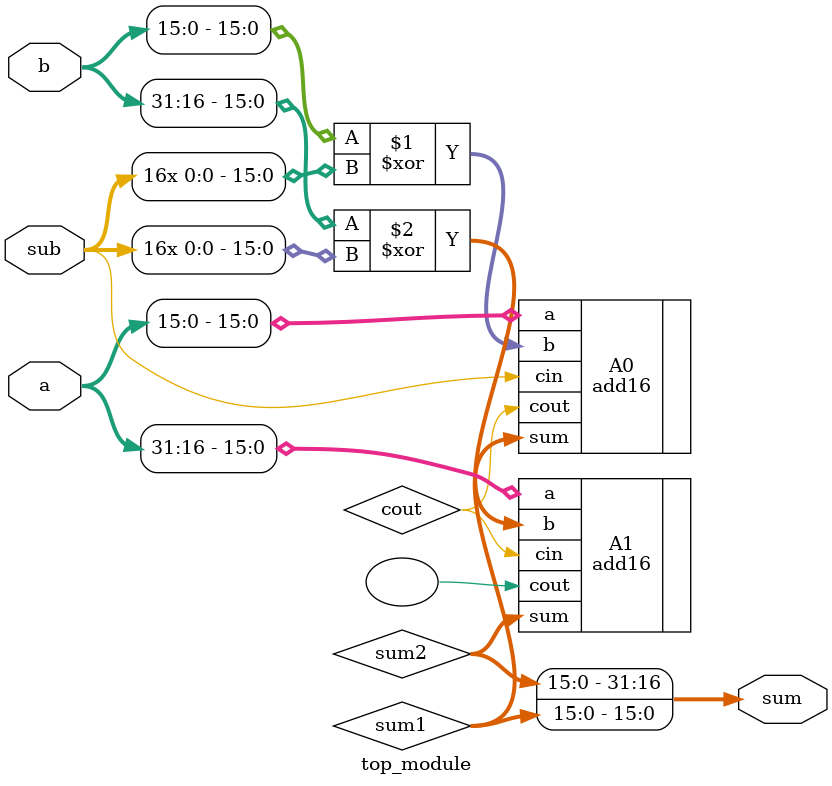
<source format=v>
module top_module(
    input [31:0] a,
    input [31:0] b,
    input sub,
    output [31:0] sum
);
    wire [15:0]sum1;
    wire [31:0]sum2;
    wire cout;
    assign sum = {sum2,sum1};
    add16 A0(.a(a[15:0]),.b(b[15:0]^{16{sub}}),.sum(sum1),.cin(sub),.cout(cout));
    add16 A1(.a(a[31:16]),.b(b[31:16]^{16{sub}}),.sum(sum2),.cin(cout),.cout());
endmodule
</source>
